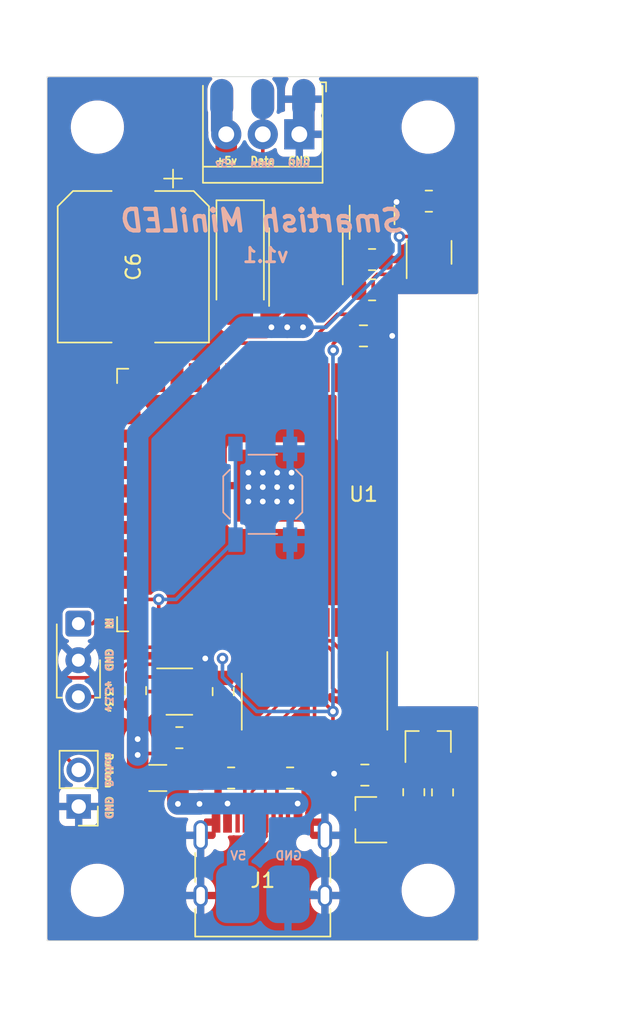
<source format=kicad_pcb>
(kicad_pcb (version 20211014) (generator pcbnew)
  (layers (0 "F.Cu" signal) (31 "B.Cu" signal) (34 "B.Paste" user) (35 "F.Paste" user) (36 "B.SilkS" user "B.Silkscreen") (37 "F.SilkS" user "F.Silkscreen") (38 "B.Mask" user) (39 "F.Mask" user) (44 "Edge.Cuts" user))
  (property "date" "2022-08-03")
  (property "version" "bd43bc3")
  (property "version_name" "v1.1")
  (net 0 "")
  (net 1 "VBUS")
  (net 2 "+3V3")
  (net 3 "/RESET")
  (net 4 "/NEOPIXEL")
  (net 5 "+5V")
  (net 6 "/+5V_In")
  (net 7 "/D-")
  (net 8 "/D+")
  (net 9 "/BUTTON")
  (net 10 "/DTR")
  (net 11 "/GPIO0")
  (net 12 "/RTS")
  (net 13 "Net-(R1-Pad2)")
  (net 15 "/RXD0")
  (net 16 "/TXD0")
  (net 17 "Net-(J1-PadA5)")
  (net 18 "Net-(J1-PadB5)")
  (net 19 "Net-(Q1-Pad1)")
  (net 20 "Net-(Q2-Pad1)")
  (net 22 "/DATA_OUT")
  (net 23 "Net-(Q3-Pad1)")
  (net 24 "/DATA_ENABLE")
  (net 38 "/IR")
  (net 53 "GND")
  (net 54 "/LED_POWER")
  (footprint "Capacitor_SMD:C_0805_2012Metric" (layer "F.Cu") (at 158.1 104.5 180)
    (fp_text reference "C3" hide)
    (fp_text value "10uF")
    (pad "1" smd roundrect locked (at -0.95 0 180) (size 1 1.45) (layers "F.Cu" "F.Paste" "F.Mask") (net 2 "+3V3"))
    (pad "2" smd roundrect locked (at 0.95 0 180) (size 1 1.45) (layers "F.Cu" "F.Paste" "F.Mask") (net 53 "GND"))
  )
  (footprint "Diode_SMD:D_SMA_Handsoldering" (layer "F.Cu") (at 149.428 68.983 -90)
    (fp_text reference "D1" hide)
    (fp_text value "Flyback diode")
    (pad "1" smd rect (at -2.5 0 270) (size 3.5 1.8) (layers "F.Cu" "F.Paste" "F.Mask") (net 1 "VBUS"))
    (pad "2" smd rect (at 2.5 0 270) (size 3.5 1.8) (layers "F.Cu" "F.Paste" "F.Mask") (net 53 "GND"))
  )
  (footprint "Resistor_SMD:R_0805_2012Metric" (layer "F.Cu") (at 163.5 105.7 90)
    (fp_text reference "R2" hide)
    (fp_text value "10K")
    (pad "1" smd roundrect locked (at -0.9125 0 90) (size 1.025 1.4) (layers "F.Cu" "F.Paste" "F.Mask") (roundrect_rratio 0.243902) (net 19 "Net-(Q1-Pad1)"))
    (pad "2" smd roundrect locked (at 0.9125 0 90) (size 1.025 1.4) (layers "F.Cu" "F.Paste" "F.Mask") (roundrect_rratio 0.243902) (net 12 "/RTS"))
  )
  (footprint "Connector_PinHeader_2.54mm:PinHeader_1x02_P2.54mm_Vertical" (layer "F.Cu") (at 138.2 106.68 180)
    (fp_text reference "J2" hide)
    (fp_text value "BUTTON")
    (pad "1" thru_hole rect locked (at 0 0 180) (size 1.7 1.7) (drill 1) (layers *.Cu *.Mask) (net 53 "GND"))
    (pad "2" thru_hole oval locked (at 0 2.54 180) (size 1.7 1.7) (drill 1) (layers *.Cu *.Mask) (net 9 "/BUTTON"))
  )
  (footprint "RF_Module:ESP32-WROOM-32" (layer "F.Cu") (at 150.75 85.4 -90)
    (fp_text reference "U1" (at -0.4 -7.25) (layer "F.SilkS"))
    (fp_text value "ESP32-WROOM-32D")
    (pad "1" smd rect (at -8.5 -8.255 270) (size 2 0.9) (layers "F.Cu" "F.Paste" "F.Mask") (net 53 "GND"))
    (pad "2" smd rect (at -8.5 -6.985 270) (size 2 0.9) (layers "F.Cu" "F.Paste" "F.Mask") (net 2 "+3V3"))
    (pad "3" smd rect (at -8.5 -5.715 270) (size 2 0.9) (layers "F.Cu" "F.Paste" "F.Mask") (net 3 "/RESET"))
    (pad "4" smd rect (at -8.5 -4.445 270) (size 2 0.9) (layers "F.Cu" "F.Paste" "F.Mask"))
    (pad "5" smd rect (at -8.5 -3.175 270) (size 2 0.9) (layers "F.Cu" "F.Paste" "F.Mask"))
    (pad "6" smd rect (at -8.5 -1.905 270) (size 2 0.9) (layers "F.Cu" "F.Paste" "F.Mask"))
    (pad "7" smd rect (at -8.5 -0.635 270) (size 2 0.9) (layers "F.Cu" "F.Paste" "F.Mask"))
    (pad "8" smd rect (at -8.5 0.635 270) (size 2 0.9) (layers "F.Cu" "F.Paste" "F.Mask") (net 54 "/LED_POWER"))
    (pad "9" smd rect (at -8.5 1.905 270) (size 2 0.9) (layers "F.Cu" "F.Paste" "F.Mask"))
    (pad "10" smd rect (at -8.5 3.175 270) (size 2 0.9) (layers "F.Cu" "F.Paste" "F.Mask") (net 4 "/NEOPIXEL"))
    (pad "11" smd rect (at -8.5 4.445 270) (size 2 0.9) (layers "F.Cu" "F.Paste" "F.Mask"))
    (pad "12" smd rect (at -8.5 5.715 270) (size 2 0.9) (layers "F.Cu" "F.Paste" "F.Mask"))
    (pad "13" smd rect (at -8.5 6.985 270) (size 2 0.9) (layers "F.Cu" "F.Paste" "F.Mask"))
    (pad "14" smd rect (at -8.5 8.255 270) (size 2 0.9) (layers "F.Cu" "F.Paste" "F.Mask"))
    (pad "15" smd rect (at -5.715 9.255) (size 2 0.9) (layers "F.Cu" "F.Paste" "F.Mask") (net 53 "GND"))
    (pad "16" smd rect (at -4.445 9.255) (size 2 0.9) (layers "F.Cu" "F.Paste" "F.Mask"))
    (pad "17" smd rect (at -3.175 9.255) (size 2 0.9) (layers "F.Cu" "F.Paste" "F.Mask"))
    (pad "18" smd rect (at -1.905 9.255) (size 2 0.9) (layers "F.Cu" "F.Paste" "F.Mask"))
    (pad "19" smd rect (at -0.635 9.255) (size 2 0.9) (layers "F.Cu" "F.Paste" "F.Mask"))
    (pad "20" smd rect (at 0.635 9.255) (size 2 0.9) (layers "F.Cu" "F.Paste" "F.Mask"))
    (pad "21" smd rect (at 1.905 9.255) (size 2 0.9) (layers "F.Cu" "F.Paste" "F.Mask"))
    (pad "22" smd rect (at 3.175 9.255) (size 2 0.9) (layers "F.Cu" "F.Paste" "F.Mask"))
    (pad "23" smd rect (at 4.445 9.255) (size 2 0.9) (layers "F.Cu" "F.Paste" "F.Mask") (net 38 "/IR"))
    (pad "24" smd rect (at 5.715 9.255) (size 2 0.9) (layers "F.Cu" "F.Paste" "F.Mask"))
    (pad "25" smd rect (at 8.5 8.255 270) (size 2 0.9) (layers "F.Cu" "F.Paste" "F.Mask") (net 11 "/GPIO0"))
    (pad "26" smd rect (at 8.5 6.985 270) (size 2 0.9) (layers "F.Cu" "F.Paste" "F.Mask") (net 9 "/BUTTON"))
    (pad "27" smd rect (at 8.5 5.715 270) (size 2 0.9) (layers "F.Cu" "F.Paste" "F.Mask"))
    (pad "28" smd rect (at 8.5 4.445 270) (size 2 0.9) (layers "F.Cu" "F.Paste" "F.Mask"))
    (pad "29" smd rect (at 8.5 3.175 270) (size 2 0.9) (layers "F.Cu" "F.Paste" "F.Mask"))
    (pad "30" smd rect (at 8.5 1.905 270) (size 2 0.9) (layers "F.Cu" "F.Paste" "F.Mask"))
    (pad "31" smd rect (at 8.5 0.635 270) (size 2 0.9) (layers "F.Cu" "F.Paste" "F.Mask"))
    (pad "32" smd rect (at 8.5 -0.635 270) (size 2 0.9) (layers "F.Cu" "F.Paste" "F.Mask"))
    (pad "33" smd rect (at 8.5 -1.905 270) (size 2 0.9) (layers "F.Cu" "F.Paste" "F.Mask"))
    (pad "34" smd rect (at 8.5 -3.175 270) (size 2 0.9) (layers "F.Cu" "F.Paste" "F.Mask") (net 15 "/RXD0"))
    (pad "35" smd rect (at 8.5 -4.445 270) (size 2 0.9) (layers "F.Cu" "F.Paste" "F.Mask") (net 16 "/TXD0"))
    (pad "36" smd rect (at 8.5 -5.715 270) (size 2 0.9) (layers "F.Cu" "F.Paste" "F.Mask"))
    (pad "37" smd rect (at 8.5 -6.985 270) (size 2 0.9) (layers "F.Cu" "F.Paste" "F.Mask"))
    (pad "38" smd rect (at 8.5 -8.255 270) (size 2 0.9) (layers "F.Cu" "F.Paste" "F.Mask") (net 53 "GND"))
    (pad "39" smd rect (at -1 -0.755 270) (size 5 5) (layers "F.Cu" "F.Paste" "F.Mask") (net 53 "GND"))
    (zone (net 0) (net_name "") (layers *.Cu) (connect_pads (clearance 0)) (min_thickness 0.254)
      (keepout (tracks not_allowed) (vias not_allowed) (pads not_allowed) (copperpour not_allowed) (footprints not_allowed))
      (fill (thermal_gap 0.508) (thermal_bridge_width 0.508))
      (polygon (pts (xy 160.72 71.4) (xy 160.72 99.4) (xy 171.5 99.4) (xy 171.5 71.4)))
    )
  )
  (footprint "Resistor_SMD:R_0805_2012Metric" (layer "F.Cu") (at 161.5 105.6875 -90)
    (fp_text reference "R3" hide)
    (fp_text value "10K")
    (pad "1" smd roundrect locked (at -0.9125 0 270) (size 1.025 1.4) (layers "F.Cu" "F.Paste" "F.Mask") (roundrect_rratio 0.243902) (net 20 "Net-(Q2-Pad1)"))
    (pad "2" smd roundrect locked (at 0.9125 0 270) (size 1.025 1.4) (layers "F.Cu" "F.Paste" "F.Mask") (roundrect_rratio 0.243902) (net 10 "/DTR"))
  )
  (footprint "Connector_USB:USB_C_Receptacle_HRO_TYPE-C-31-M-12" (layer "F.Cu") (at 151 111.8108)
    (fp_text reference "J1" (at 0 0) (layer "F.SilkS"))
    (fp_text value "USB_C_Receptacle_USB2.0")
    (pad "" np_thru_hole circle locked (at 2.89 -2.6) (size 0.65 0.65) (drill 0.65) (layers *.Cu *.Mask))
    (pad "" np_thru_hole circle locked (at -2.89 -2.6) (size 0.65 0.65) (drill 0.65) (layers *.Cu *.Mask))
    (pad "A1" smd rect locked (at -3.25 -4.045) (size 0.6 1.45) (layers "F.Cu" "F.Paste" "F.Mask") (net 53 "GND"))
    (pad "A4" smd rect locked (at -2.45 -4.045) (size 0.6 1.45) (layers "F.Cu" "F.Paste" "F.Mask") (net 6 "/+5V_In"))
    (pad "A5" smd rect locked (at -1.25 -4.045) (size 0.3 1.45) (layers "F.Cu" "F.Paste" "F.Mask") (net 17 "Net-(J1-PadA5)"))
    (pad "A6" smd rect locked (at -0.25 -4.045) (size 0.3 1.45) (layers "F.Cu" "F.Paste" "F.Mask") (net 8 "/D+"))
    (pad "A7" smd rect locked (at 0.25 -4.045) (size 0.3 1.45) (layers "F.Cu" "F.Paste" "F.Mask") (net 7 "/D-"))
    (pad "A8" smd rect locked (at 1.25 -4.045) (size 0.3 1.45) (layers "F.Cu" "F.Paste" "F.Mask"))
    (pad "A9" smd rect locked (at 2.45 -4.045) (size 0.6 1.45) (layers "F.Cu" "F.Paste" "F.Mask") (net 6 "/+5V_In"))
    (pad "A12" smd rect locked (at 3.25 -4.045) (size 0.6 1.45) (layers "F.Cu" "F.Paste" "F.Mask") (net 53 "GND"))
    (pad "B1" smd rect locked (at 3.25 -4.045) (size 0.6 1.45) (layers "F.Cu" "F.Paste" "F.Mask") (net 53 "GND"))
    (pad "B4" smd rect locked (at 2.45 -4.045) (size 0.6 1.45) (layers "F.Cu" "F.Paste" "F.Mask") (net 6 "/+5V_In"))
    (pad "B5" smd rect locked (at 1.75 -4.045) (size 0.3 1.45) (layers "F.Cu" "F.Paste" "F.Mask") (net 18 "Net-(J1-PadB5)"))
    (pad "B6" smd rect locked (at 0.75 -4.045) (size 0.3 1.45) (layers "F.Cu" "F.Paste" "F.Mask") (net 8 "/D+"))
    (pad "B7" smd rect locked (at -0.75 -4.045) (size 0.3 1.45) (layers "F.Cu" "F.Paste" "F.Mask") (net 7 "/D-"))
    (pad "B8" smd rect locked (at -1.75 -4.045) (size 0.3 1.45) (layers "F.Cu" "F.Paste" "F.Mask"))
    (pad "B9" smd rect locked (at -2.45 -4.045) (size 0.6 1.45) (layers "F.Cu" "F.Paste" "F.Mask") (net 6 "/+5V_In"))
    (pad "B12" smd rect locked (at -3.25 -4.045) (size 0.6 1.45) (layers "F.Cu" "F.Paste" "F.Mask") (net 53 "GND"))
    (pad "S1" thru_hole oval locked (at -4.32 -3.13) (size 1 2.1) (drill oval 0.6 1.7) (layers *.Cu *.Mask) (net 53 "GND"))
    (pad "S1" thru_hole oval locked (at 4.32 1.05) (size 1 1.6) (drill oval 0.6 1.2) (layers *.Cu *.Mask) (net 53 "GND"))
    (pad "S1" thru_hole oval locked (at -4.32 1.05) (size 1 1.6) (drill oval 0.6 1.2) (layers *.Cu *.Mask) (net 53 "GND"))
    (pad "S1" thru_hole oval locked (at 4.32 -3.13) (size 1 2.1) (drill oval 0.6 1.7) (layers *.Cu *.Mask) (net 53 "GND"))
  )
  (footprint "Package_SO:SOIC-16_3.9x9.9mm_P1.27mm" (layer "F.Cu") (at 154.6 99.4 -90)
    (fp_text reference "U3" hide)
    (fp_text value "CH340C")
    (pad "1" smd roundrect locked (at -2.475 -4.445 270) (size 1.95 0.6) (layers "F.Cu" "F.Paste" "F.Mask") (net 53 "GND"))
    (pad "2" smd roundrect locked (at -2.475 -3.175 270) (size 1.95 0.6) (layers "F.Cu" "F.Paste" "F.Mask") (net 15 "/RXD0"))
    (pad "3" smd roundrect locked (at -2.475 -1.905 270) (size 1.95 0.6) (layers "F.Cu" "F.Paste" "F.Mask") (net 16 "/TXD0"))
    (pad "4" smd roundrect locked (at -2.475 -0.635 270) (size 1.95 0.6) (layers "F.Cu" "F.Paste" "F.Mask") (net 2 "+3V3"))
    (pad "5" smd roundrect locked (at -2.475 0.635 270) (size 1.95 0.6) (layers "F.Cu" "F.Paste" "F.Mask") (net 8 "/D+"))
    (pad "6" smd roundrect locked (at -2.475 1.905 270) (size 1.95 0.6) (layers "F.Cu" "F.Paste" "F.Mask") (net 7 "/D-"))
    (pad "7" smd roundrect locked (at -2.475 3.175 270) (size 1.95 0.6) (layers "F.Cu" "F.Paste" "F.Mask"))
    (pad "8" smd roundrect locked (at -2.475 4.445 270) (size 1.95 0.6) (layers "F.Cu" "F.Paste" "F.Mask"))
    (pad "9" smd roundrect locked (at 2.475 4.445 270) (size 1.95 0.6) (layers "F.Cu" "F.Paste" "F.Mask"))
    (pad "10" smd roundrect locked (at 2.475 3.175 270) (size 1.95 0.6) (layers "F.Cu" "F.Paste" "F.Mask"))
    (pad "11" smd roundrect locked (at 2.475 1.905 270) (size 1.95 0.6) (layers "F.Cu" "F.Paste" "F.Mask"))
    (pad "12" smd roundrect locked (at 2.475 0.635 270) (size 1.95 0.6) (layers "F.Cu" "F.Paste" "F.Mask"))
    (pad "13" smd roundrect locked (at 2.475 -0.635 270) (size 1.95 0.6) (layers "F.Cu" "F.Paste" "F.Mask") (net 10 "/DTR"))
    (pad "14" smd roundrect locked (at 2.475 -1.905 270) (size 1.95 0.6) (layers "F.Cu" "F.Paste" "F.Mask") (net 12 "/RTS"))
    (pad "15" smd roundrect locked (at 2.475 -3.175 270) (size 1.95 0.6) (layers "F.Cu" "F.Paste" "F.Mask"))
    (pad "16" smd roundrect locked (at 2.475 -4.445 270) (size 1.95 0.6) (layers "F.Cu" "F.Paste" "F.Mask") (net 2 "+3V3"))
  )
  (footprint "Capacitor_SMD:C_0805_2012Metric" (layer "F.Cu") (at 158 74)
    (fp_text reference "C5" hide)
    (fp_text value "10uF")
    (pad "1" smd roundrect locked (at -0.95 0) (size 1 1.45) (layers "F.Cu" "F.Paste" "F.Mask") (net 2 "+3V3"))
    (pad "2" smd roundrect locked (at 0.95 0) (size 1 1.45) (layers "F.Cu" "F.Paste" "F.Mask") (net 53 "GND"))
  )
  (footprint "Capacitor_SMD:C_0805_2012Metric" (layer "F.Cu") (at 148.248 98.7 -90)
    (fp_text reference "C2" hide)
    (fp_text value "10uF")
    (pad "1" smd roundrect locked (at -0.95 0 270) (size 1 1.45) (layers "F.Cu" "F.Paste" "F.Mask") (net 2 "+3V3"))
    (pad "2" smd roundrect locked (at 0.95 0 270) (size 1 1.45) (layers "F.Cu" "F.Paste" "F.Mask") (net 53 "GND"))
  )
  (footprint "Capacitor_SMD:C_0805_2012Metric" (layer "F.Cu") (at 142.152 98.634 -90)
    (fp_text reference "C1" hide)
    (fp_text value "10uF")
    (pad "1" smd roundrect locked (at -0.95 0 270) (size 1 1.45) (layers "F.Cu" "F.Paste" "F.Mask") (net 5 "+5V"))
    (pad "2" smd roundrect locked (at 0.95 0 270) (size 1 1.45) (layers "F.Cu" "F.Paste" "F.Mask") (net 53 "GND"))
  )
  (footprint "Resistor_SMD:R_0805_2012Metric" (layer "F.Cu") (at 145.2 101.9 180)
    (fp_text reference "R1" hide)
    (fp_text value "100K")
    (pad "1" smd roundrect locked (at -0.9125 0 180) (size 1.025 1.4) (layers "F.Cu" "F.Paste" "F.Mask") (roundrect_rratio 0.243902) (net 5 "+5V"))
    (pad "2" smd roundrect locked (at 0.9125 0 180) (size 1.025 1.4) (layers "F.Cu" "F.Paste" "F.Mask") (roundrect_rratio 0.243902) (net 13 "Net-(R1-Pad2)"))
  )
  (footprint "Resistor_SMD:R_0805_2012Metric" (layer "F.Cu") (at 152.9 104.7)
    (fp_text reference "R5" hide)
    (fp_text value "5K1")
    (pad "1" smd roundrect locked (at -0.9125 0) (size 1.025 1.4) (layers "F.Cu" "F.Paste" "F.Mask") (roundrect_rratio 0.243902) (net 18 "Net-(J1-PadB5)"))
    (pad "2" smd roundrect locked (at 0.9125 0) (size 1.025 1.4) (layers "F.Cu" "F.Paste" "F.Mask") (roundrect_rratio 0.243902) (net 53 "GND"))
  )
  (footprint "Package_TO_SOT_SMD:SOT-23-5" (layer "F.Cu") (at 145.2 98.7)
    (fp_text reference "U2" hide)
    (fp_text value "AP2112K-3.3")
    (pad "1" smd rect locked (at -1.1 -0.95) (size 1.06 0.65) (layers "F.Cu" "F.Paste" "F.Mask") (net 5 "+5V"))
    (pad "2" smd rect locked (at -1.1 0) (size 1.06 0.65) (layers "F.Cu" "F.Paste" "F.Mask") (net 53 "GND"))
    (pad "3" smd rect locked (at -1.1 0.95) (size 1.06 0.65) (layers "F.Cu" "F.Paste" "F.Mask") (net 13 "Net-(R1-Pad2)"))
    (pad "4" smd rect locked (at 1.1 0.95) (size 1.06 0.65) (layers "F.Cu" "F.Paste" "F.Mask"))
    (pad "5" smd rect locked (at 1.1 -0.95) (size 1.06 0.65) (layers "F.Cu" "F.Paste" "F.Mask") (net 2 "+3V3"))
  )
  (footprint "Package_TO_SOT_SMD:SOT-23" (layer "F.Cu") (at 162.5 102.2 90)
    (fp_text reference "Q2" hide)
    (fp_text value "MMBT2222")
    (pad "1" smd rect locked (at -1 -0.95 90) (size 0.9 0.8) (layers "F.Cu" "F.Paste" "F.Mask") (net 20 "Net-(Q2-Pad1)"))
    (pad "2" smd rect locked (at -1 0.95 90) (size 0.9 0.8) (layers "F.Cu" "F.Paste" "F.Mask") (net 12 "/RTS"))
    (pad "3" smd rect locked (at 1 0 90) (size 0.9 0.8) (layers "F.Cu" "F.Paste" "F.Mask") (net 3 "/RESET"))
  )
  (footprint "Package_TO_SOT_SMD:SOT-23" (layer "F.Cu") (at 158.2 107.6 180)
    (fp_text reference "Q1" hide)
    (fp_text value "MMBT2222")
    (pad "1" smd rect locked (at -1 -0.95 180) (size 0.9 0.8) (layers "F.Cu" "F.Paste" "F.Mask") (net 19 "Net-(Q1-Pad1)"))
    (pad "2" smd rect locked (at -1 0.95 180) (size 0.9 0.8) (layers "F.Cu" "F.Paste" "F.Mask") (net 10 "/DTR"))
    (pad "3" smd rect locked (at 1 0 180) (size 0.9 0.8) (layers "F.Cu" "F.Paste" "F.Mask") (net 11 "/GPIO0"))
  )
  (footprint "Resistor_SMD:R_0805_2012Metric" (layer "F.Cu") (at 148.8 104.7 180)
    (fp_text reference "R6" hide)
    (fp_text value "5K1")
    (pad "1" smd roundrect locked (at -0.9125 0 180) (size 1.025 1.4) (layers "F.Cu" "F.Paste" "F.Mask") (roundrect_rratio 0.243902) (net 17 "Net-(J1-PadA5)"))
    (pad "2" smd roundrect locked (at 0.9125 0 180) (size 1.025 1.4) (layers "F.Cu" "F.Paste" "F.Mask") (roundrect_rratio 0.243902) (net 53 "GND"))
  )
  (footprint "Package_TO_SOT_SMD:SOT-23-5" (layer "F.Cu") (at 162.564 68.2 90)
    (fp_text reference "U4" hide)
    (fp_text value "74LVC1G125")
    (pad "1" smd roundrect (at -1.1375 -0.95 90) (size 1.325 0.6) (layers "F.Cu" "F.Paste" "F.Mask") (net 24 "/DATA_ENABLE"))
    (pad "2" smd roundrect (at -1.1375 0 90) (size 1.325 0.6) (layers "F.Cu" "F.Paste" "F.Mask") (net 4 "/NEOPIXEL"))
    (pad "3" smd roundrect (at -1.1375 0.95 90) (size 1.325 0.6) (layers "F.Cu" "F.Paste" "F.Mask") (net 53 "GND"))
    (pad "4" smd roundrect (at 1.1375 0.95 90) (size 1.325 0.6) (layers "F.Cu" "F.Paste" "F.Mask") (net 22 "/DATA_OUT"))
    (pad "5" smd roundrect (at 1.1375 -0.95 90) (size 1.325 0.6) (layers "F.Cu" "F.Paste" "F.Mask") (net 5 "+5V"))
  )
  (footprint "MountingHole:MountingHole_3.2mm_M3" (layer "F.Cu") (at 162.5 112.5)
    (fp_text reference "H4" hide)
    (fp_text value "MountingHole")
    (pad "" np_thru_hole circle (at 0 0) (size 3.2 3.2) (drill 3.2) (layers *.Cu *.Mask))
  )
  (footprint "MountingHole:MountingHole_3.2mm_M3" (layer "F.Cu") (at 162.5 59.5)
    (fp_text reference "H2" hide)
    (fp_text value "MountingHole")
    (pad "" np_thru_hole circle (at 0 0) (size 3.2 3.2) (drill 3.2) (layers *.Cu *.Mask))
  )
  (footprint "Fuse:Fuse_1206_3216Metric" (layer "F.Cu") (at 143.7 104.7 180)
    (fp_text reference "F1" hide)
    (fp_text value "Polyfuse")
    (pad "1" smd roundrect (at -1.4 0 180) (size 1.25 1.75) (layers "F.Cu" "F.Paste" "F.Mask") (roundrect_rratio 0.2) (net 6 "/+5V_In"))
    (pad "2" smd roundrect (at 1.4 0 180) (size 1.25 1.75) (layers "F.Cu" "F.Paste" "F.Mask") (roundrect_rratio 0.2) (net 5 "+5V"))
  )
  (footprint "Package_TO_SOT_SMD:SOT-23" (layer "F.Cu") (at 158.6 65.6 90)
    (fp_text reference "Q3" hide)
    (fp_text value "IRLML6344")
    (pad "1" smd roundrect (at -0.9375 -0.95 90) (size 1.475 0.6) (layers "F.Cu" "F.Paste" "F.Mask") (net 23 "Net-(Q3-Pad1)"))
    (pad "2" smd roundrect (at -0.9375 0.95 90) (size 1.475 0.6) (layers "F.Cu" "F.Paste" "F.Mask") (net 53 "GND"))
    (pad "3" smd roundrect (at 0.9375 0 90) (size 1.475 0.6) (layers "F.Cu" "F.Paste" "F.Mask") (net 24 "/DATA_ENABLE"))
  )
  (footprint "SmartishMiniLED:LedStripPads" (layer "F.Cu") (at 151 57.5616 -90)
    (fp_text reference "P1" hide)
    (fp_text value "NeopixelStripPads")
    (pad "1" smd oval (at 0 -2.85 270) (size 2.8 1.6) (layers "F.Cu" "F.Mask") (net 53 "GND"))
    (pad "2" smd oval (at 0 0 270) (size 2.8 1.6) (layers "F.Cu" "F.Mask") (net 22 "/DATA_OUT"))
    (pad "3" smd oval (at 0 2.85 270) (size 2.8 1.6) (layers "F.Cu" "F.Mask") (net 1 "VBUS"))
  )
  (footprint "OptoDevice:Vishay_MINICAST-3Pin" (layer "F.Cu") (at 138.176 93.98 -90)
    (fp_text reference "U5" hide)
    (fp_text value "TSOP382xx")
    (pad "1" thru_hole roundrect (at 0 0 270) (size 1.8 1.8) (drill 0.9) (layers *.Cu *.Mask) (roundrect_rratio 0.139) (net 38 "/IR"))
    (pad "2" thru_hole circle (at 2.54 0 270) (size 1.8 1.8) (drill 0.9) (layers *.Cu *.Mask) (net 53 "GND"))
    (pad "3" thru_hole circle (at 5.08 0 270) (size 1.8 1.8) (drill 0.9) (layers *.Cu *.Mask) (net 2 "+3V3"))
  )
  (footprint "Resistor_SMD:R_0805_2012Metric" (layer "F.Cu") (at 162.548 64.644)
    (fp_text reference "R9" hide)
    (fp_text value "10K")
    (pad "1" smd roundrect (at -0.9125 0) (size 1.025 1.4) (layers "F.Cu" "F.Paste" "F.Mask") (roundrect_rratio 0.243902) (net 5 "+5V"))
    (pad "2" smd roundrect (at 0.9125 0) (size 1.025 1.4) (layers "F.Cu" "F.Paste" "F.Mask") (roundrect_rratio 0.243902) (net 24 "/DATA_ENABLE"))
  )
  (footprint "Resistor_SMD:R_0805_2012Metric" (layer "F.Cu") (at 158.6 70.8)
    (fp_text reference "R7" hide)
    (fp_text value "300R")
    (pad "1" smd roundrect (at -0.9125 0) (size 1.025 1.4) (layers "F.Cu" "F.Paste" "F.Mask") (roundrect_rratio 0.243902) (net 23 "Net-(Q3-Pad1)"))
    (pad "2" smd roundrect (at 0.9125 0) (size 1.025 1.4) (layers "F.Cu" "F.Paste" "F.Mask") (roundrect_rratio 0.243902) (net 54 "/LED_POWER"))
  )
  (footprint "Resistor_SMD:R_0805_2012Metric" (layer "F.Cu") (at 158.6 68.7)
    (fp_text reference "R8" hide)
    (fp_text value "10K")
    (pad "1" smd roundrect (at -0.9125 0) (size 1.025 1.4) (layers "F.Cu" "F.Paste" "F.Mask") (roundrect_rratio 0.243902) (net 23 "Net-(Q3-Pad1)"))
    (pad "2" smd roundrect (at 0.9125 0) (size 1.025 1.4) (layers "F.Cu" "F.Paste" "F.Mask") (roundrect_rratio 0.243902) (net 53 "GND"))
  )
  (footprint "Capacitor_SMD:CP_Elec_10x10" (layer "F.Cu") (at 142 69.2 -90)
    (fp_text reference "C6" (at 0 0 90) (layer "F.SilkS"))
    (fp_text value "1000u")
    (pad "1" smd roundrect (at -4 0 270) (size 4 2.5) (layers "F.Cu" "F.Paste" "F.Mask") (roundrect_rratio 0.1) (net 1 "VBUS"))
    (pad "2" smd roundrect (at 4 0 270) (size 4 2.5) (layers "F.Cu" "F.Paste" "F.Mask") (roundrect_rratio 0.1) (net 53 "GND"))
  )
  (footprint "MountingHole:MountingHole_3.2mm_M3" (layer "F.Cu") (at 139.5 112.5)
    (fp_text reference "H3" hide)
    (fp_text value "MountingHole")
    (pad "" np_thru_hole circle (at 0 0) (size 3.2 3.2) (drill 3.2) (layers *.Cu *.Mask))
  )
  (footprint "MountingHole:MountingHole_3.2mm_M3" (layer "F.Cu") (at 139.5 59.5)
    (fp_text reference "H1" hide)
    (fp_text value "MountingHole")
    (pad "" np_thru_hole circle (at 0 0) (size 3.2 3.2) (drill 3.2) (layers *.Cu *.Mask))
  )
  (footprint "TerminalBlock_TE-Connectivity:TerminalBlock_TE_282834-3_1x03_P2.54mm_Horizontal" (layer "F.Cu") (at 153.54 60 180)
    (fp_text reference "J3" hide)
    (fp_text value "Screw_Terminal_01x03")
    (pad "1" thru_hole rect (at 0 0 180) (size 2.1 2.1) (drill 1.1) (layers *.Cu *.Mask) (net 53 "GND"))
    (pad "2" thru_hole circle (at 2.54 0 180) (size 2.1 2.1) (drill 1.1) (layers *.Cu *.Mask) (net 22 "/DATA_OUT"))
    (pad "3" thru_hole circle (at 5.08 0 180) (size 2.1 2.1) (drill 1.1) (layers *.Cu *.Mask) (net 1 "VBUS"))
  )
  (footprint "Package_SO:SOIC-8_3.9x4.9mm_P1.27mm" (layer "F.Cu") (at 154 68.475 90)
    (fp_text reference "Q4" hide)
    (fp_text value "IRF7410")
    (pad "1" smd roundrect (at -2.475 -1.905 90) (size 1.95 0.6) (layers "F.Cu" "F.Paste" "F.Mask") (net 5 "+5V"))
    (pad "2" smd roundrect (at -2.475 -0.635 90) (size 1.95 0.6) (layers "F.Cu" "F.Paste" "F.Mask") (net 5 "+5V"))
    (pad "3" smd roundrect (at -2.475 0.635 90) (size 1.95 0.6) (layers "F.Cu" "F.Paste" "F.Mask") (net 5 "+5V"))
    (pad "4" smd roundrect (at -2.475 1.905 90) (size 1.95 0.6) (layers "F.Cu" "F.Paste" "F.Mask") (net 24 "/DATA_ENABLE"))
    (pad "5" smd roundrect (at 2.475 1.905 90) (size 1.95 0.6) (layers "F.Cu" "F.Paste" "F.Mask") (net 1 "VBUS"))
    (pad "6" smd roundrect (at 2.475 0.635 90) (size 1.95 0.6) (layers "F.Cu" "F.Paste" "F.Mask") (net 1 "VBUS"))
    (pad "7" smd roundrect (at 2.475 -0.635 90) (size 1.95 0.6) (layers "F.Cu" "F.Paste" "F.Mask") (net 1 "VBUS"))
    (pad "8" smd roundrect (at 2.475 -1.905 90) (size 1.95 0.6) (layers "F.Cu" "F.Paste" "F.Mask") (net 1 "VBUS"))
  )
  (footprint "Button_Switch_SMD:SW_SPST_TL3342" (layer "B.Cu") (at 151 85 90)
    (fp_text reference "SW2" hide)
    (fp_text value "TL3342")
    (pad "1" smd rect locked (at 3.15 1.9 90) (size 1.7 1) (layers "B.Cu" "B.Paste" "B.Mask") (net 53 "GND"))
    (pad "1" smd rect locked (at -3.15 1.9 90) (size 1.7 1) (layers "B.Cu" "B.Paste" "B.Mask") (net 53 "GND"))
    (pad "2" smd rect locked (at 3.15 -1.9 90) (size 1.7 1) (layers "B.Cu" "B.Paste" "B.Mask") (net 9 "/BUTTON"))
    (pad "2" smd rect locked (at -3.15 -1.9 90) (size 1.7 1) (layers "B.Cu" "B.Paste" "B.Mask") (net 9 "/BUTTON"))
  )
  (footprint "SmartishMiniLED:Main_Power" (layer "B.Cu") (at 151 112.776)
    (fp_text reference "J4" hide)
    (fp_text value "Conn_01x02")
    (pad "1" smd roundrect (at -1.75 0 270) (size 4 3) (layers "B.Cu" "B.Mask") (net 6 "/+5V_In"))
    (pad "2" smd roundrect (at 1.75 0 270) (size 4 3) (layers "B.Cu" "B.Mask") (net 53 "GND"))
  )
  (footprint "SmartishMiniLED:LedStripPads" (layer "B.Cu") (at 150.9948 57.5616 90)
    (fp_text reference "P2" hide)
    (fp_text value "NeopixelStripPads")
    (pad "1" smd oval (at 0 2.85 90) (size 2.8 1.6) (layers "B.Cu" "B.Mask") (net 53 "GND"))
    (pad "2" smd oval (at 0 0 90) (size 2.8 1.6) (layers "B.Cu" "B.Mask") (net 22 "/DATA_OUT"))
    (pad "3" smd oval (at 0 -2.85 90) (size 2.8 1.6) (layers "B.Cu" "B.Mask") (net 1 "VBUS"))
  )
  (gr_rect (start 166 116) (end 136 56) (layer "Edge.Cuts") (width 0.05) (fill none))
  (gr_text "${version_name}" (at 151.2 68.4) (layer "B.SilkS") (effects (font (size 1 1) (thickness 0.2)) (justify mirror)))
  (gr_text "+5v" (at 148.43619 62.032) (layer "B.SilkS") (effects (font (size 0.5 0.5) (thickness 0.125)) (justify mirror)))
  (gr_text "+3.3v" (at 140.3 99.08 270) (layer "B.SilkS") (effects (font (size 0.5 0.5) (thickness 0.125)) (justify mirror)))
  (gr_text "GND" (at 140.3 106.8 270) (layer "B.SilkS") (effects (font (size 0.5 0.5) (thickness 0.125)) (justify mirror)))
  (gr_text "GND" (at 152.8 110.1) (layer "B.SilkS") (effects (font (size 0.6 0.6) (thickness 0.125)) (justify mirror)))
  (gr_text "IR" (at 140.3 94 270) (layer "B.SilkS") (effects (font (size 0.5 0.5) (thickness 0.125)) (justify mirror)))
  (gr_text "GND" (at 153.51619 62.032) (layer "B.SilkS") (effects (font (size 0.5 0.5) (thickness 0.125)) (justify mirror)))
  (gr_text "GND" (at 140.3 96.54 270) (layer "B.SilkS") (effects (font (size 0.5 0.5) (thickness 0.125)) (justify mirror)))
  (gr_text "5V" (at 149.3 110.1) (layer "B.SilkS") (effects (font (size 0.6 0.6) (thickness 0.125)) (justify mirror)))
  (gr_text "Smartish MiniLED" (at 151 66) (layer "B.SilkS") (effects (font (size 1.5 1.5) (thickness 0.3) italic) (justify mirror)))
  (gr_text "Button" (at 140.3 104.1 -90) (layer "B.SilkS") (effects (font (size 0.5 0.5) (thickness 0.125)) (justify mirror)))
  (gr_text "Data" (at 150.97619 62.032) (layer "B.SilkS") (effects (font (size 0.5 0.5) (thickness 0.125)) (justify mirror)))
  (gr_text "+5v" (at 148.46 61.8288) (layer "F.SilkS") (effects (font (size 0.5 0.5) (thickness 0.125))))
  (gr_text "+3.3v" (at 140.3 99.02 270) (layer "F.SilkS") (effects (font (size 0.5 0.5) (thickness 0.125))))
  (gr_text "GND" (at 153.54 61.8288) (layer "F.SilkS") (effects (font (size 0.5 0.5) (thickness 0.125))))
  (gr_text "Button" (at 140.3 104.2 270) (layer "F.SilkS") (effects (font (size 0.5 0.5) (thickness 0.125))))
  (gr_text "GND" (at 140.3 96.48 270) (layer "F.SilkS") (effects (font (size 0.5 0.5) (thickness 0.125))))
  (gr_text "IR" (at 140.3 93.94 270) (layer "F.SilkS") (effects (font (size 0.5 0.5) (thickness 0.125))))
  (gr_text "GND" (at 140.3 106.74 270) (layer "F.SilkS") (effects (font (size 0.5 0.5) (thickness 0.125))))
  (gr_text "Data" (at 151 61.8288) (layer "F.SilkS") (effects (font (size 0.5 0.5) (thickness 0.125))))
  (segment (start 154.635 66) (end 155.905 66) (width 1.5) (layer "F.Cu") (net 1))
  (segment (start 146.583 66.483) (end 149.428 66.483) (width 1.5) (layer "F.Cu") (net 1))
  (segment (start 149.428 66.483) (end 149.428 63.228) (width 1.5) (layer "F.Cu") (net 1))
  (segment (start 148.46 62.36) (end 148.46 60) (width 1.5) (layer "F.Cu") (net 1))
  (segment (start 152.095 66) (end 153.365 66) (width 1.5) (layer "F.Cu") (net 1))
  (segment (start 152.095 66) (end 149.911 66) (width 1.5) (layer "F.Cu") (net 1))
  (segment (start 148.6 62.4) (end 148.5 62.4) (width 1.5) (layer "F.Cu") (net 1))
  (segment (start 142 65) (end 145.1 65) (width 1.5) (layer "F.Cu") (net 1))
  (segment (start 148.5 62.4) (end 148.46 62.36) (width 1.5) (layer "F.Cu") (net 1))
  (segment (start 149.428 63.228) (end 148.6 62.4) (width 1.5) (layer "F.Cu") (net 1))
  (segment (start 145.1 65) (end 146.583 66.483) (width 1.5) (layer "F.Cu") (net 1))
  (segment (start 148.15 57.5616) (end 148.15 59.69) (width 1.5) (layer "F.Cu") (net 1))
  (segment (start 153.365 66) (end 154.635 66) (width 1.5) (layer "F.Cu") (net 1))
  (segment (start 148.1448 57.5616) (end 148.1448 59.6848) (width 1.5) (layer "B.Cu") (net 1))
  (segment (start 146.3 97.75) (end 148.2 97.75) (width 0.25) (layer "F.Cu") (net 2))
  (segment (start 155.9 75) (end 155.9 74.55) (width 0.25) (layer "F.Cu") (net 2))
  (segment (start 146.3 96.9) (end 146.2 96.8) (width 0.25) (layer "F.Cu") (net 2))
  (segment (start 156.15 103.45) (end 155.88 103.18) (width 0.25) (layer "F.Cu") (net 2))
  (segment (start 159.05 104.5) (end 158.4 104.5) (width 0.25) (layer "F.Cu") (net 2))
  (segment (start 155.88 103.18) (end 155.88 100.08) (width 0.25) (layer "F.Cu") (net 2))
  (segment (start 155.88 100.08) (end 155.235 99.435) (width 0.25) (layer "F.Cu") (net 2))
  (segment (start 157.05 74) (end 157.05 74.85) (width 0.25) (layer "F.Cu") (net 2))
  (segment (start 157.9745 103.7255) (end 158 103.7) (width 0.25) (layer "F.Cu") (net 2))
  (segment (start 141.102 98.498) (end 140.54 99.06) (width 0.25) (layer "F.Cu") (net 2))
  (segment (start 148.2 97.75) (end 148.2 96.4) (width 0.25) (layer "F.Cu") (net 2))
  (segment (start 146.3 97.75) (end 146.3 96.9) (width 0.25) (layer "F.Cu") (net 2))
  (segment (start 159.05 104.5) (end 159.05 101.88) (width 0.25) (layer "F.Cu") (net 2))
  (segment (start 157.05 74.85) (end 157.735 75.535) (width 0.25) (layer "F.Cu") (net 2))
  (segment (start 140.54 99.06) (end 138.176 99.06) (width 0.25) (layer "F.Cu") (net 2))
  (segment (start 157.75 103.45) (end 156.15 103.45) (width 0.25) (layer "F.Cu") (net 2))
  (segment (start 156.45 74) (end 157.05 74) (width 0.25) (layer "F.Cu") (net 2))
  (segment (start 146.2 96.8) (end 141.497827 96.8) (width 0.25) (layer "F.Cu") (net 2))
  (segment (start 158.4 104.5) (end 157.9745 104.0745) (width 0.25) (layer "F.Cu") (net 2))
  (segment (start 141.497827 96.8) (end 141.102 97.195827) (width 0.25) (layer "F.Cu") (net 2))
  (segment (start 141.102 97.195827) (end 141.102 98.498) (width 0.25) (layer "F.Cu") (net 2))
  (segment (start 155.9 74.55) (end 156.45 74) (width 0.25) (layer "F.Cu") (net 2))
  (segment (start 158 103.7) (end 157.75 103.45) (width 0.25) (layer "F.Cu") (net 2))
  (segment (start 157.9745 104.0745) (end 157.9745 103.7255) (width 0.25) (layer "F.Cu") (net 2))
  (segment (start 157.735 75.535) (end 157.735 76.5) (width 0.25) (layer "F.Cu") (net 2))
  (segment (start 155.235 99.435) (end 155.235 96.925) (width 0.25) (layer "F.Cu") (net 2))
  (via (at 155.88 100.08) (size 0.8) (drill 0.4) (layers "F.Cu" "B.Cu") (net 2))
  (via (at 155.9 75) (size 0.8) (drill 0.4) (layers "F.Cu" "B.Cu") (net 2))
  (via (at 148.2 96.4) (size 0.8) (drill 0.4) (layers "F.Cu" "B.Cu") (net 2))
  (segment (start 150.578 100.08) (end 155.88 100.08) (width 0.25) (layer "B.Cu") (net 2))
  (segment (start 148.2 96.4) (end 148.2 97.702) (width 0.25) (layer "B.Cu") (net 2))
  (segment (start 148.2 97.702) (end 150.578 100.08) (width 0.25) (layer "B.Cu") (net 2))
  (segment (start 155.88 75.02) (end 155.88 100.08) (width 0.25) (layer "B.Cu") (net 2))
  (segment (start 155.9 75) (end 155.88 75.02) (width 0.25) (layer "B.Cu") (net 2))
  (segment (start 162.5 101.2) (end 161.7 101.2) (width 0.25) (layer "F.Cu") (net 3))
  (segment (start 160.1 84.7) (end 156.465 81.065) (width 0.25) (layer "F.Cu") (net 3))
  (segment (start 161.7 101.2) (end 160.1 99.6) (width 0.25) (layer "F.Cu") (net 3))
  (segment (start 160.1 99.6) (end 160.1 84.7) (width 0.25) (layer "F.Cu") (net 3))
  (segment (start 156.465 81.065) (end 156.465 76.5) (width 0.25) (layer "F.Cu") (net 3))
  (segment (start 158.675 71.975) (end 158.675 70.025) (width 0.25) (layer "F.Cu") (net 4))
  (segment (start 147.575 75.725) (end 148.8 74.5) (width 0.25) (layer "F.Cu") (net 4))
  (segment (start 154.5 74.5) (end 154.725 74.275) (width 0.25) (layer "F.Cu") (net 4))
  (segment (start 148.8 74.5) (end 154.5 74.5) (width 0.25) (layer "F.Cu") (net 4))
  (segment (start 158.675 70.025) (end 158.975 69.725) (width 0.25) (layer "F.Cu") (net 4))
  (segment (start 162.4 70.4) (end 162.564 70.236) (width 0.25) (layer "F.Cu") (net 4))
  (segment (start 160.425 69.725) (end 161.1 70.4) (width 0.25) (layer "F.Cu") (net 4))
  (segment (start 154.725 73.975) (end 156.2 72.5) (width 0.25) (layer "F.Cu") (net 4))
  (segment (start 156.2 72.5) (end 158.15 72.5) (width 0.25) (layer "F.Cu") (net 4))
  (segment (start 147.575 76.5) (end 147.575 75.725) (width 0.25) (layer "F.Cu") (net 4))
  (segment (start 154.725 74.275) (end 154.725 73.975) (width 0.25) (layer "F.Cu") (net 4))
  (segment (start 158.975 69.725) (end 160.425 69.725) (width 0.25) (layer "F.Cu") (net 4))
  (segment (start 161.1 70.4) (end 162.4 70.4) (width 0.25) (layer "F.Cu") (net 4))
  (segment (start 162.564 70.236) (end 162.564 69.3375) (width 0.25) (layer "F.Cu") (net 4))
  (segment (start 158.15 72.5) (end 158.675 71.975) (width 0.25) (layer "F.Cu") (net 4))
  (segment (start 142.3 103.1) (end 142.3 102) (width 1.5) (layer "F.Cu") (net 5))
  (segment (start 142.3 103.1) (end 142.4 103) (width 0.25) (layer "F.Cu") (net 5))
  (segment (start 153.365 72.735) (end 152.7 73.4) (width 1.5) (layer "F.Cu") (net 5))
  (segment (start 145.2 99.9) (end 145.2 98) (width 0.25) (layer "F.Cu") (net 5))
  (segment (start 142.152 97.684) (end 144.034 97.684) (width 0.25) (layer "F.Cu") (net 5))
  (segment (start 142.3 103.1) (end 142.3 104.7) (width 1.5) (layer "F.Cu") (net 5))
  (segment (start 153.365 70.95) (end 153.365 72.735) (width 1.5) (layer "F.Cu") (net 5))
  (segment (start 161.614 64.6655) (end 161.614 67.0625) (width 0.25) (layer "F.Cu") (net 5))
  (segment (start 146.1 103) (end 146.1125 102.9875) (width 0.25) (layer "F.Cu") (net 5))
  (segment (start 153.365 70.95) (end 153.365 72.965) (width 1.5) (layer "F.Cu") (net 5))
  (segment (start 153.4778 70.95) (end 154.635 70.95) (width 1.5) (layer "F.Cu") (net 5))
  (segment (start 144.95 97.75) (end 144.1 97.75) (width 0.25) (layer "F.Cu") (net 5))
  (segment (start 161.5765 67.1) (end 160.5 67.1) (width 0.25) (layer "F.Cu") (net 5))
  (segment (start 153.365 72.965) (end 153.8 73.4) (width 1.5) (layer "F.Cu") (net 5))
  (segment (start 146.1125 100.8125) (end 145.2 99.9) (width 0.25) (layer "F.Cu") (net 5))
  (segment (start 161.614 67.0625) (end 161.5765 67.1) (width 0.25) (layer "F.Cu") (net 5))
  (segment (start 142.4 103) (end 146.1 103) (width 0.25) (layer "F.Cu") (net 5))
  (segment (start 153.365 70.95) (end 152.095 70.95) (width 1.5) (layer "F.Cu") (net 5))
  (segment (start 146.1125 101.9) (end 146.1125 100.8125) (width 0.25) (layer "F.Cu") (net 5))
  (segment (start 146.1125 102.9875) (end 146.1125 101.9) (width 0.25) (layer "F.Cu") (net 5))
  (segment (start 145.2 98) (end 144.95 97.75) (width 0.25) (layer "F.Cu") (net 5))
  (via (at 151.6 73.4) (size 0.8) (drill 0.4) (layers "F.Cu" "B.Cu") (net 5))
  (via (at 152.7 73.4) (size 0.8) (drill 0.4) (layers "F.Cu" "B.Cu") (net 5))
  (via (at 153.8 73.4) (size 0.8) (drill 0.4) (layers "F.Cu" "B.Cu") (net 5))
  (via (at 142.3 103.1) (size 0.8) (drill 0.4) (layers "F.Cu" "B.Cu") (net 5))
  (via (at 142.3 102) (size 0.8) (drill 0.4) (layers "F.Cu" "B.Cu") (net 5))
  (via (at 160.5 67.1) (size 0.8) (drill 0.4) (layers "F.Cu" "B.Cu") (net 5))
  (segment (start 142.3 103.1) (end 142.3 80.745) (width 1.5) (layer "B.Cu") (net 5))
  (segment (start 149.645 73.4) (end 151.6 73.4) (width 1.5) (layer "B.Cu") (net 5))
  (segment (start 160.5 68.3) (end 160.5 67.1) (width 0.25) (layer "B.Cu") (net 5))
  (segment (start 142.3 80.745) (end 149.645 73.4) (width 1.5) (layer "B.Cu") (net 5))
  (segment (start 155.4 73.4) (end 160.5 68.3) (width 0.25) (layer "B.Cu") (net 5))
  (segment (start 152.7 73.4) (end 153.8 73.4) (width 1.5) (layer "B.Cu") (net 5))
  (segment (start 153.8 73.4) (end 155.4 73.4) (width 0.25) (layer "B.Cu") (net 5))
  (segment (start 151.6 73.4) (end 152.7 73.4) (width 1.5) (layer "B.Cu") (net 5))
  (segment (start 153.45 107.7658) (end 153.45 106.5) (width 0.6) (layer "F.Cu") (net 6))
  (segment (start 153.45 106.5) (end 153.425 106.475) (width 0.6) (layer "F.Cu") (net 6))
  (segment (start 148.55 107.7658) (end 148.55 106.475) (width 0.6) (layer "F.Cu") (net 6))
  (segment (start 145.1 106.5) (end 146.6 106.5) (width 1.5) (layer "F.Cu") (net 6))
  (segment (start 145.1 106.5) (end 145.1 104.7) (width 1.5) (layer "F.Cu") (net 6))
  (via (at 145.1 106.5) (size 0.8) (drill 0.4) (layers "F.Cu" "B.Cu") (net 6))
  (via (at 153.425 106.475) (size 0.8) (drill 0.4) (layers "F.Cu" "B.Cu") (net 6))
  (via (at 148.55 106.475) (size 0.8) (drill 0.4) (layers "F.Cu" "B.Cu") (net 6))
  (via (at 146.6 106.5) (size 0.8) (drill 0.4) (layers "F.Cu" "B.Cu") (net 6))
  (segment (start 150.475 108.825) (end 150.475 106.475) (width 1.5) (layer "B.Cu") (net 6))
  (segment (start 146.6 106.5) (end 146.625 106.475) (width 1.5) (layer "B.Cu") (net 6))
  (segment (start 149.25 112.776) (end 149.25 110.05) (width 1.5) (layer "B.Cu") (net 6))
  (segment (start 146.625 106.475) (end 148.55 106.475) (width 1.5) (layer "B.Cu") (net 6))
  (segment (start 148.55 106.475) (end 150.475 106.475) (width 1.5) (layer "B.Cu") (net 6))
  (segment (start 145.1 106.5) (end 146.6 106.5) (width 1.5) (layer "B.Cu") (net 6))
  (segment (start 149.25 110.05) (end 150.475 108.825) (width 1.5) (layer "B.Cu") (net 6))
  (segment (start 150.475 106.475) (end 153.425 106.475) (width 1.5) (layer "B.Cu") (net 6))
  (segment (start 150.4092 108.9) (end 151.1 108.9) (width 0.2) (layer "F.Cu") (net 7))
  (segment (start 151.25 108.75) (end 151.25 107.7658) (width 0.2) (layer "F.Cu") (net 7))
  (segment (start 151.1 108.9) (end 151.25 108.75) (width 0.2) (layer "F.Cu") (net 7))
  (segment (start 150.775499 105.127318) (end 150.775499 100.913105) (width 0.2) (layer "F.Cu") (net 7))
  (segment (start 150.25 105.652817) (end 150.775499 105.127318) (width 0.2) (layer "F.Cu") (net 7))
  (segment (start 150.25 108.7408) (end 150.4092 108.9) (width 0.2) (layer "F.Cu") (net 7))
  (segment (start 150.25 107.7658) (end 150.25 105.652817) (width 0.2) (layer "F.Cu") (net 7))
  (segment (start 150.775499 100.913105) (end 152.7 98.988604) (width 0.2) (layer "F.Cu") (net 7))
  (segment (start 150.25 107.7658) (end 150.25 108.7408) (width 0.2) (layer "F.Cu") (net 7))
  (segment (start 152.7 98.988604) (end 152.7 96.93) (width 0.2) (layer "F.Cu") (net 7))
  (segment (start 151.175 103.925) (end 152.095 103.005) (width 0.2) (layer "F.Cu") (net 8))
  (segment (start 152.095 100.863604) (end 153.965 98.993604) (width 0.2) (layer "F.Cu") (net 8))
  (segment (start 151.175 106.575) (end 151.175 103.925) (width 0.2) (layer "F.Cu") (net 8))
  (segment (start 150.75 106.85) (end 150.9 106.7) (width 0.2) (layer "F.Cu") (net 8))
  (segment (start 152.095 103.005) (end 152.095 100.863604) (width 0.2) (layer "F.Cu") (net 8))
  (segment (start 153.965 98.993604) (end 153.965 96.925) (width 0.2) (layer "F.Cu") (net 8))
  (segment (start 150.9 106.7) (end 151.3 106.7) (width 0.2) (layer "F.Cu") (net 8))
  (segment (start 151.3 106.7) (end 151.6 106.7) (width 0.2) (layer "F.Cu") (net 8))
  (segment (start 151.6 106.7) (end 151.75 106.85) (width 0.2) (layer "F.Cu") (net 8))
  (segment (start 151.75 106.85) (end 151.75 107.7658) (width 0.2) (layer "F.Cu") (net 8))
  (segment (start 151.3 106.7) (end 151.175 106.575) (width 0.2) (layer "F.Cu") (net 8))
  (segment (start 150.75 107.7658) (end 150.75 106.85) (width 0.2) (layer "F.Cu") (net 8))
  (segment (start 136.5 98.2) (end 136.5 102.44) (width 0.25) (layer "F.Cu") (net 9))
  (segment (start 136.955 97.745) (end 136.5 98.2) (width 0.25) (layer "F.Cu") (net 9))
  (segment (start 143.765 92.3) (end 140.7 92.3) (width 0.25) (layer "F.Cu") (net 9))
  (segment (start 139.155 97.745) (end 136.955 97.745) (width 0.25) (layer "F.Cu") (net 9))
  (segment (start 143.765 92.3) (end 143.765 93.9) (width 0.25) (layer "F.Cu") (net 9))
  (segment (start 140.4 96.5) (end 139.155 97.745) (width 0.25) (layer "F.Cu") (net 9))
  (segment (start 136.5 102.44) (end 138.2 104.14) (width 0.25) (layer "F.Cu") (net 9))
  (segment (start 140.7 92.3) (end 140.4 92.6) (width 0.25) (layer "F.Cu") (net 9))
  (segment (start 140.4 92.6) (end 140.4 96.5) (width 0.25) (layer "F.Cu") (net 9))
  (via (at 143.765 92.3) (size 0.8) (drill 0.4) (layers "F.Cu" "B.Cu") (net 9))
  (segment (start 143.765 92.3) (end 144.965 92.3) (width 0.25) (layer "B.Cu") (net 9))
  (segment (start 149.1 88.15) (end 149.1 81.85) (width 0.25) (layer "B.Cu") (net 9))
  (segment (start 144.965 92.3) (end 149.1 88.165) (width 0.25) (layer "B.Cu") (net 9))
  (segment (start 159.2 106.65) (end 156.886396 106.65) (width 0.25) (layer "F.Cu") (net 10))
  (segment (start 155.235 104.998604) (end 155.235 101.875) (width 0.25) (layer "F.Cu") (net 10))
  (segment (start 159.2 106.65) (end 161.45 106.65) (width 0.25) (layer "F.Cu") (net 10))
  (segment (start 156.886396 106.65) (end 155.235 104.998604) (width 0.25) (layer "F.Cu") (net 10))
  (segment (start 142.495 95.295) (end 142.495 93.5) (width 0.25) (layer "F.Cu") (net 11))
  (segment (start 157.2 107.6) (end 154.65 105.05) (width 0.25) (layer "F.Cu") (net 11))
  (segment (start 154.65 102.936751) (end 154.6 102.886751) (width 0.25) (layer "F.Cu") (net 11))
  (segment (start 154.6 102.886751) (end 154.6 95.913249) (width 0.25) (layer "F.Cu") (net 11))
  (segment (start 154.311751 95.625) (end 142.825 95.625) (width 0.25) (layer "F.Cu") (net 11))
  (segment (start 142.825 95.625) (end 142.495 95.295) (width 0.25) (layer "F.Cu") (net 11))
  (segment (start 154.65 105.05) (end 154.65 102.936751) (width 0.25) (layer "F.Cu") (net 11))
  (segment (start 154.6 95.913249) (end 154.311751 95.625) (width 0.25) (layer "F.Cu") (net 11))
  (segment (start 163.45 103.2) (end 163.45 102.35) (width 0.25) (layer "F.Cu") (net 12))
  (segment (start 156.505 100.595) (end 156.505 101.875) (width 0.25) (layer "F.Cu") (net 12))
  (segment (start 160.1 100.3) (end 156.8 100.3) (width 0.25) (layer "F.Cu") (net 12))
  (segment (start 163.45 102.35) (end 163.2 102.1) (width 0.25) (layer "F.Cu") (net 12))
  (segment (start 163.45 103.2) (end 163.45 104.7375) (width 0.25) (layer "F.Cu") (net 12))
  (segment (start 160.7 102.1) (end 160.5 101.9) (width 0.25) (layer "F.Cu") (net 12))
  (segment (start 160.5 101.9) (end 160.5 100.7) (width 0.25) (layer "F.Cu") (net 12))
  (segment (start 160.5 100.7) (end 160.1 100.3) (width 0.25) (layer "F.Cu") (net 12))
  (segment (start 156.8 100.3) (end 156.505 100.595) (width 0.25) (layer "F.Cu") (net 12))
  (segment (start 163.2 102.1) (end 160.7 102.1) (width 0.25) (layer "F.Cu") (net 12))
  (segment (start 144.2875 100.7875) (end 144.1 100.6) (width 0.25) (layer "F.Cu") (net 13))
  (segment (start 144.1 100.6) (end 144.1 99.65) (width 0.25) (layer "F.Cu") (net 13))
  (segment (start 144.2875 101.9) (end 144.2875 100.7875) (width 0.25) (layer "F.Cu") (net 13))
  (segment (start 156.1 98.7) (end 155.86 98.46) (width 0.25) (layer "F.Cu") (net 15))
  (segment (start 157.775 97.825) (end 156.9 98.7) (width 0.25) (layer "F.Cu") (net 15))
  (segment (start 155.581751 95.625) (end 154.947441 95.625) (width 0.25) (layer "F.Cu") (net 15))
  (segment (start 153.925 95.025) (end 153.925 93.5) (width 0.25) (layer "F.Cu") (net 15))
  (segment (start 154.947441 95.625) (end 154.49794 95.175499) (width 0.25) (layer "F.Cu") (net 15))
  (segment (start 156.9 98.7) (end 156.1 98.7) (width 0.25) (layer "F.Cu") (net 15))
  (segment (start 154.49794 95.175499) (end 154.075499 95.175499) (width 0.25) (layer "F.Cu") (net 15))
  (segment (start 154.075499 95.175499) (end 153.925 95.025) (width 0.25) (layer "F.Cu") (net 15))
  (segment (start 157.775 96.925) (end 157.775 97.825) (width 0.25) (layer "F.Cu") (net 15))
  (segment (start 155.86 95.903249) (end 155.581751 95.625) (width 0.25) (layer "F.Cu") (net 15))
  (segment (start 155.86 98.46) (end 155.86 95.903249) (width 0.25) (layer "F.Cu") (net 15))
  (segment (start 156.505 95.912559) (end 155.76794 95.175499) (width 0.25) (layer "F.Cu") (net 16))
  (segment (start 155.76794 95.175499) (end 155.375499 95.175499) (width 0.25) (layer "F.Cu") (net 16))
  (segment (start 155.195 94.995) (end 155.195 93.5) (width 0.25) (layer "F.Cu") (net 16))
  (segment (start 156.505 96.925) (end 156.505 95.912559) (width 0.25) (layer "F.Cu") (net 16))
  (segment (start 155.375499 95.175499) (end 155.195 94.995) (width 0.25) (layer "F.Cu") (net 16))
  (segment (start 149.75 107.7658) (end 149.75 104.7375) (width 0.25) (layer "F.Cu") (net 17))
  (segment (start 151.9875 105.9783) (end 152.75 106.7408) (width 0.25) (layer "F.Cu") (net 18))
  (segment (start 151.9875 104.7) (end 151.9875 105.9783) (width 0.25) (layer "F.Cu") (net 18))
  (segment (start 152.75 106.7408) (end 152.75 107.7658) (width 0.25) (layer "F.Cu") (net 18))
  (segment (start 159.2 108.55) (end 162.85 108.55) (width 0.25) (layer "F.Cu") (net 19))
  (segment (start 162.85 108.55) (end 163.5 107.9) (width 0.25) (layer "F.Cu") (net 19))
  (segment (start 163.5 107.9) (end 163.5 106.6125) (width 0.25) (layer "F.Cu") (net 19))
  (segment (start 161.55 103.2) (end 161.55 104.725) (width 0.25) (layer "F.Cu") (net 20))
  (segment (start 151 60) (end 151 57.5616) (width 0.25) (layer "F.Cu") (net 22))
  (segment (start 164.3 63.8) (end 164.3 66.8) (width 0.25) (layer "F.Cu") (net 22))
  (segment (start 151.6 63.1) (end 163.6 63.1) (width 0.25) (layer "F.Cu") (net 22))
  (segment (start 163.6 63.1) (end 164.3 63.8) (width 0.25) (layer "F.Cu") (net 22))
  (segment (start 151 62.5) (end 151.6 63.1) (width 0.25) (layer "F.Cu") (net 22))
  (segment (start 164.3 66.8) (end 164.0375 67.0625) (width 0.25) (layer "F.Cu") (net 22))
  (segment (start 151 60) (end 151 62.5) (width 0.25) (layer "F.Cu") (net 22))
  (segment (start 164.0375 67.0625) (end 163.514 67.0625) (width 0.25) (layer "F.Cu") (net 22))
  (segment (start 151 60) (end 151 57.5668) (width 0.25) (layer "B.Cu") (net 22))
  (segment (start 157.6875 70.8) (end 157.6875 68.7) (width 0.25) (layer "F.Cu") (net 23))
  (segment (start 157.6875 68.7) (end 157.6875 66.575) (width 0.25) (layer "F.Cu") (net 23))
  (segment (start 160.081 63.619) (end 159.0375 64.6625) (width 0.25) (layer "F.Cu") (net 24))
  (segment (start 163.4605 64.644) (end 162.744 64.644) (width 0.25) (layer "F.Cu") (net 24))
  (segment (start 157.025 67.175) (end 157.025 65.275) (width 0.25) (layer "F.Cu") (net 24))
  (segment (start 156.53 70.325) (end 156.53 67.67) (width 0.25) (layer "F.Cu") (net 24))
  (segment (start 162.136173 63.619) (end 160.081 63.619) (width 0.25) (layer "F.Cu") (net 24))
  (segment (start 163.4605 64.644) (end 163.4605 65.5395) (width 0.25) (layer "F.Cu") (net 24))
  (segment (start 162.3385 66.6615) (end 162.3385 67.767) (width 0.25) (layer "F.Cu") (net 24))
  (segment (start 156.53 67.67) (end 157.025 67.175) (width 0.25) (layer "F.Cu") (net 24))
  (segment (start 163.4605 65.5395) (end 162.3385 66.6615) (width 0.25) (layer "F.Cu") (net 24))
  (segment (start 162.473 63.955827) (end 162.136173 63.619) (width 0.25) (layer "F.Cu") (net 24))
  (segment (start 159.0375 64.6625) (end 158.6 64.6625) (width 0.25) (layer "F.Cu") (net 24))
  (segment (start 157.6375 64.6625) (end 158.6 64.6625) (width 0.25) (layer "F.Cu") (net 24))
  (segment (start 162.3385 67.767) (end 161.614 68.4915) (width 0.25) (layer "F.Cu") (net 24))
  (segment (start 155.905 70.95) (end 156.53 70.325) (width 0.25) (layer "F.Cu") (net 24))
  (segment (start 157.025 65.275) (end 157.6375 64.6625) (width 0.25) (layer "F.Cu") (net 24))
  (segment (start 162.744 64.644) (end 162.473 64.373) (width 0.25) (layer "F.Cu") (net 24))
  (segment (start 162.473 64.373) (end 162.473 63.955827) (width 0.25) (layer "F.Cu") (net 24))
  (segment (start 161.614 68.4915) (end 161.614 69.3375) (width 0.25) (layer "F.Cu") (net 24))
  (segment (start 139.950499 93.185501) (end 139.950499 89.739501) (width 0.25) (layer "F.Cu") (net 38))
  (segment (start 139.950499 89.739501) (end 140.245 89.445) (width 0.25) (layer "F.Cu") (net 38))
  (segment (start 140.245 89.445) (end 141.495 89.445) (width 0.25) (layer "F.Cu") (net 38))
  (segment (start 138.176 93.98) (end 139.156 93.98) (width 0.25) (layer "F.Cu") (net 38))
  (segment (start 139.156 93.98) (end 139.950499 93.185501) (width 0.25) (layer "F.Cu") (net 38))
  (segment (start 153.85 57.5616) (end 153.85 59.69) (width 1.5) (layer "F.Cu") (net 53))
  (segment (start 154.25 106.15) (end 153.8125 105.7125) (width 0.25) (layer "F.Cu") (net 53))
  (segment (start 142.152 98.954) (end 142.152 99.584) (width 0.25) (layer "F.Cu") (net 53))
  (segment (start 154.25 107.7658) (end 154.25 106.15) (width 0.25) (layer "F.Cu") (net 53))
  (segment (start 142.406 98.7) (end 142.152 98.954) (width 0.25) (layer "F.Cu") (net 53))
  (segment (start 144.1 98.7) (end 142.406 98.7) (width 0.25) (layer "F.Cu") (net 53))
  (segment (start 153.8125 105.7125) (end 153.8125 104.7) (width 0.25) (layer "F.Cu") (net 53))
  (via (at 150 85.5) (size 0.8) (drill 0.4) (layers "F.Cu" "B.Cu") (net 53))
  (via (at 152 85.5) (size 0.8) (drill 0.4) (layers "F.Cu" "B.Cu") (net 53))
  (via (at 155.9595 104.4) (size 0.8) (drill 0.4) (layers "F.Cu" "B.Cu") (net 53))
  (via (at 147 96.4) (size 0.8) (drill 0.4) (layers "F.Cu" "B.Cu") (net 53))
  (via (at 151 85.5) (size 0.8) (drill 0.4) (layers "F.Cu" "B.Cu") (net 53))
  (via (at 151 83.5) (size 0.8) (drill 0.4) (layers "F.Cu" "B.Cu") (net 53))
  (via (at 160.3 64.7) (size 0.8) (drill 0.4) (layers "F.Cu" "B.Cu") (net 53))
  (via (at 153 84.5) (size 0.8) (drill 0.4) (layers "F.Cu" "B.Cu") (net 53))
  (via (at 150 83.5) (size 0.8) (drill 0.4) (layers "F.Cu" "B.Cu") (net 53))
  (via (at 160 74) (size 0.8) (drill 0.4) (layers "F.Cu" "B.Cu") (net 53))
  (via (at 150 84.5) (size 0.8) (drill 0.4) (layers "F.Cu" "B.Cu") (net 53))
  (via (at 152 84.5) (size 0.8) (drill 0.4) (layers "F.Cu" "B.Cu") (net 53))
  (via (at 153 85.5) (size 0.8) (drill 0.4) (layers "F.Cu" "B.Cu") (net 53))
  (via (at 152 83.5) (size 0.8) (drill 0.4) (layers "F.Cu" "B.Cu") (net 53))
  (via (at 153 83.5) (size 0.8) (drill 0.4) (layers "F.Cu" "B.Cu") (net 53))
  (via (at 151 84.5) (size 0.8) (drill 0.4) (layers "F.Cu" "B.Cu") (net 53))
  (segment (start 153.8448 57.5616) (end 153.8448 59.6952) (width 1.5) (layer "B.Cu") (net 53))
  (segment (start 159.5125 72.2875) (end 159.5125 70.8) (width 0.25) (layer "F.Cu") (net 54))
  (segment (start 150.115 75.785) (end 150.9 75) (width 0.25) (layer "F.Cu") (net 54))
  (segment (start 158.85 72.95) (end 159.5125 72.2875) (width 0.25) (layer "F.Cu") (net 54))
  (segment (start 155.175 74.336827) (end 156.561827 72.95) (width 0.25) (layer "F.Cu") (net 54))
  (segment (start 156.561827 72.95) (end 158.85 72.95) (width 0.25) (layer "F.Cu") (net 54))
  (segment (start 155.175 74.725) (end 155.175 74.336827) (width 0.25) (layer "F.Cu") (net 54))
  (segment (start 150.9 75) (end 154.9 75) (width 0.25) (layer "F.Cu") (net 54))
  (segment (start 150.115 76.5) (end 150.115 75.785) (width 0.25) (layer "F.Cu") (net 54))
  (segment (start 154.9 75) (end 155.175 74.725) (width 0.25) (layer "F.Cu") (net 54))
  (zone (net 0) (net_name "") (layers F&B.Cu) (connect_pads (clearance 0)) (min_thickness 0.254)
    (keepout (tracks allowed) (vias not_allowed) (pads allowed) (copperpour not_allowed) (footprints allowed))
    (fill (thermal_gap 0.508) (thermal_bridge_width 0.508))
    (polygon (pts (xy 171.75 99.719) (xy 160.4 99.719) (xy 160.4 71.1) (xy 171.75 71.1)))
  )
  (zone (net 53) (net_name "GND") (layer "F.Cu") (connect_pads (clearance 0)) (min_thickness 0.254) (fill yes (thermal_gap 0.508) (thermal_bridge_width 0.508))
    (polygon (pts (xy 166 116) (xy 136 116) (xy 136 56) (xy 166 56)))
  )
  (zone (net 53) (net_name "GND") (layer "B.Cu") (connect_pads (clearance 0)) (min_thickness 0.254) (fill yes (thermal_gap 0.508) (thermal_bridge_width 0.508))
    (polygon (pts (xy 166 116) (xy 136 116) (xy 136 56) (xy 166 56)))
  )
)
</source>
